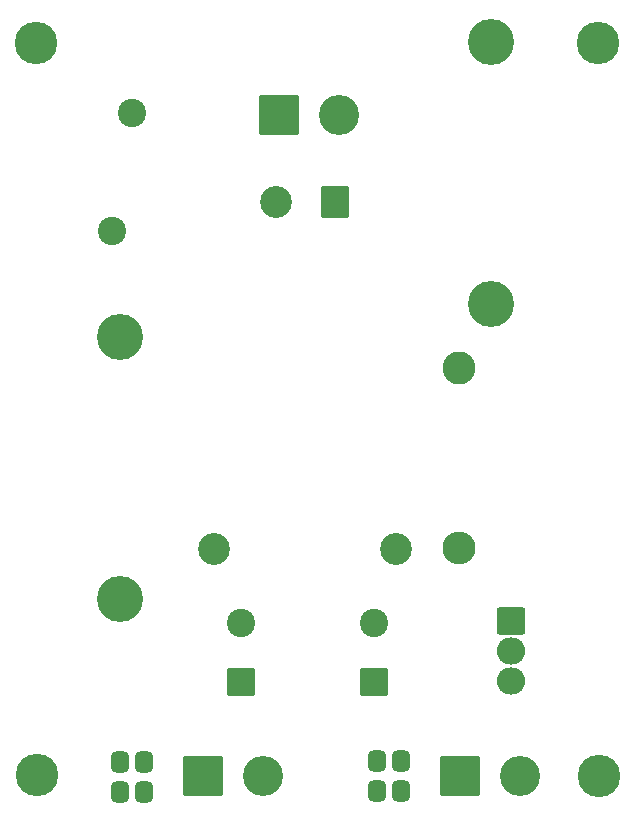
<source format=gts>
G04 #@! TF.GenerationSoftware,KiCad,Pcbnew,6.0.5-a6ca702e91~116~ubuntu20.04.1*
G04 #@! TF.CreationDate,2022-05-18T21:18:04+02:00*
G04 #@! TF.ProjectId,Power Supply,506f7765-7220-4537-9570-706c792e6b69,rev?*
G04 #@! TF.SameCoordinates,Original*
G04 #@! TF.FileFunction,Soldermask,Top*
G04 #@! TF.FilePolarity,Negative*
%FSLAX46Y46*%
G04 Gerber Fmt 4.6, Leading zero omitted, Abs format (unit mm)*
G04 Created by KiCad (PCBNEW 6.0.5-a6ca702e91~116~ubuntu20.04.1) date 2022-05-18 21:18:04*
%MOMM*%
%LPD*%
G01*
G04 APERTURE LIST*
G04 Aperture macros list*
%AMRoundRect*
0 Rectangle with rounded corners*
0 $1 Rounding radius*
0 $2 $3 $4 $5 $6 $7 $8 $9 X,Y pos of 4 corners*
0 Add a 4 corners polygon primitive as box body*
4,1,4,$2,$3,$4,$5,$6,$7,$8,$9,$2,$3,0*
0 Add four circle primitives for the rounded corners*
1,1,$1+$1,$2,$3*
1,1,$1+$1,$4,$5*
1,1,$1+$1,$6,$7*
1,1,$1+$1,$8,$9*
0 Add four rect primitives between the rounded corners*
20,1,$1+$1,$2,$3,$4,$5,0*
20,1,$1+$1,$4,$5,$6,$7,0*
20,1,$1+$1,$6,$7,$8,$9,0*
20,1,$1+$1,$8,$9,$2,$3,0*%
G04 Aperture macros list end*
%ADD10RoundRect,0.200000X-1.500000X-1.500000X1.500000X-1.500000X1.500000X1.500000X-1.500000X1.500000X0*%
%ADD11C,3.400000*%
%ADD12C,3.900000*%
%ADD13C,2.800000*%
%ADD14O,2.800000X2.800000*%
%ADD15RoundRect,0.200000X-1.000000X0.952500X-1.000000X-0.952500X1.000000X-0.952500X1.000000X0.952500X0*%
%ADD16O,2.400000X2.305000*%
%ADD17C,3.600000*%
%ADD18RoundRect,0.200000X1.000000X-1.000000X1.000000X1.000000X-1.000000X1.000000X-1.000000X-1.000000X0*%
%ADD19C,2.400000*%
%ADD20RoundRect,0.200000X-1.000000X1.150000X-1.000000X-1.150000X1.000000X-1.150000X1.000000X1.150000X0*%
%ADD21C,2.700000*%
%ADD22RoundRect,0.450000X0.325000X0.450000X-0.325000X0.450000X-0.325000X-0.450000X0.325000X-0.450000X0*%
%ADD23RoundRect,0.450000X-0.325000X-0.450000X0.325000X-0.450000X0.325000X0.450000X-0.325000X0.450000X0*%
G04 APERTURE END LIST*
D10*
X133520000Y-136000000D03*
D11*
X138600000Y-136000000D03*
D12*
X136140000Y-73841800D03*
X136140000Y-96041400D03*
D13*
X133500000Y-101380000D03*
D14*
X133500000Y-116620000D03*
D15*
X137900000Y-122800000D03*
D16*
X137900000Y-125340000D03*
X137900000Y-127880000D03*
D17*
X145300000Y-135930000D03*
X145200000Y-73900000D03*
D18*
X126300000Y-127980000D03*
D19*
X126300000Y-122980000D03*
X104050000Y-89830000D03*
X105750000Y-79830000D03*
D10*
X118230000Y-79970000D03*
D11*
X123310000Y-79970000D03*
D19*
X114980000Y-122980000D03*
D18*
X114980000Y-127980000D03*
D20*
X122955000Y-87355000D03*
D21*
X117955000Y-87355000D03*
X128155000Y-116755000D03*
X112755000Y-116755000D03*
D17*
X97690000Y-73870000D03*
X97700000Y-135900000D03*
D12*
X104770000Y-121018200D03*
X104770000Y-98818600D03*
D22*
X106800000Y-134760000D03*
X104750000Y-134760000D03*
X128550000Y-134700000D03*
X126500000Y-134700000D03*
D23*
X104750000Y-137300000D03*
X106800000Y-137300000D03*
X126500000Y-137240000D03*
X128550000Y-137240000D03*
D10*
X111760000Y-136000000D03*
D11*
X116840000Y-136000000D03*
M02*

</source>
